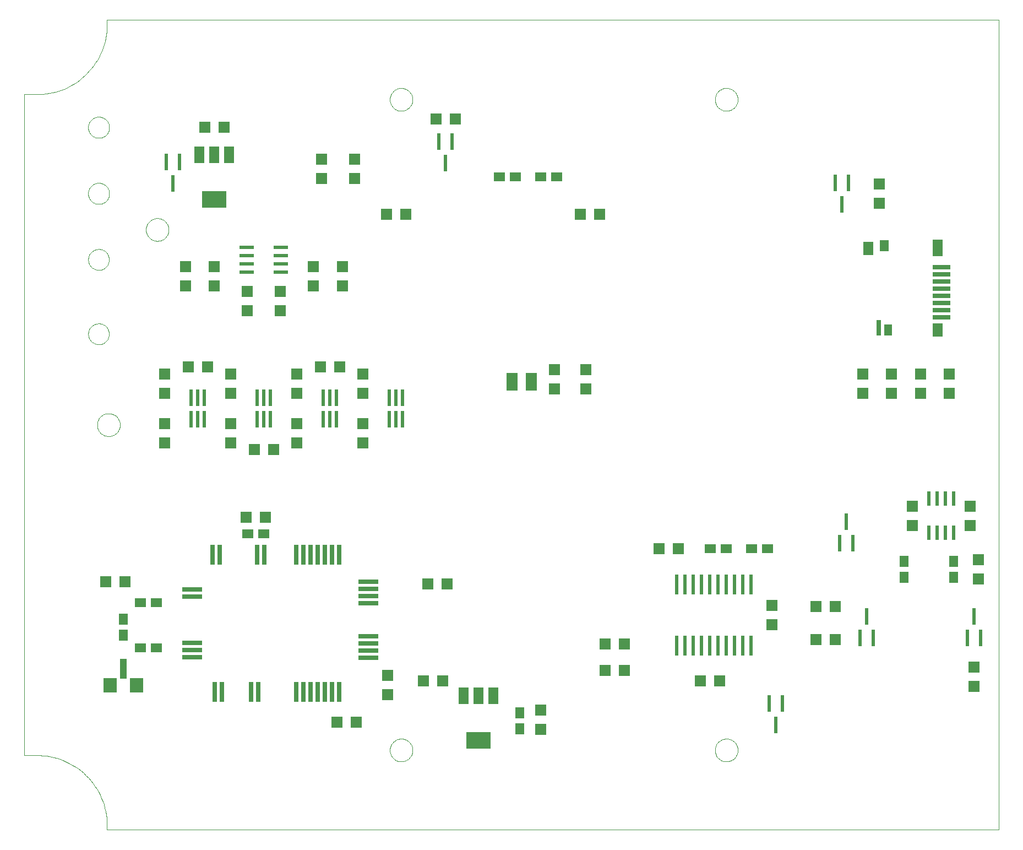
<source format=gtp>
G75*
G70*
%OFA0B0*%
%FSLAX24Y24*%
%IPPOS*%
%LPD*%
%AMOC8*
5,1,8,0,0,1.08239X$1,22.5*
%
%ADD10R,0.0709X0.0551*%
%ADD11R,0.0220X0.1020*%
%ADD12R,0.0240X0.0870*%
%ADD13R,0.0710X0.0709*%
%ADD14R,0.0709X0.0710*%
%ADD15R,0.0709X0.1100*%
%ADD16R,0.1083X0.0276*%
%ADD17R,0.0591X0.0984*%
%ADD18R,0.0591X0.0827*%
%ADD19R,0.0512X0.0709*%
%ADD20R,0.0315X0.0965*%
%ADD21R,0.0551X0.0709*%
%ADD22R,0.0610X0.0787*%
%ADD23R,0.0240X0.1200*%
%ADD24R,0.0260X0.1200*%
%ADD25R,0.1200X0.0260*%
%ADD26R,0.0400X0.1200*%
%ADD27R,0.0840X0.0880*%
%ADD28C,0.0000*%
%ADD29R,0.0870X0.0240*%
%ADD30R,0.0600X0.1000*%
%ADD31R,0.1450X0.1000*%
D10*
X010193Y014175D03*
X011157Y014175D03*
X011157Y016925D03*
X010193Y016925D03*
X016693Y021075D03*
X017657Y021075D03*
X044693Y020175D03*
X045657Y020175D03*
X047193Y020175D03*
X048157Y020175D03*
X035407Y042675D03*
X034443Y042675D03*
X032907Y042675D03*
X031943Y042675D03*
D11*
X028675Y043525D03*
X028275Y044825D03*
X029075Y044825D03*
X012575Y043575D03*
X011775Y043575D03*
X012175Y042275D03*
X013275Y029325D03*
X013675Y029325D03*
X014075Y029325D03*
X014075Y028025D03*
X013675Y028025D03*
X013275Y028025D03*
X017275Y028025D03*
X017675Y028025D03*
X018075Y028025D03*
X018075Y029325D03*
X017675Y029325D03*
X017275Y029325D03*
X021275Y029325D03*
X021675Y029325D03*
X022075Y029325D03*
X022075Y028025D03*
X021675Y028025D03*
X021275Y028025D03*
X025275Y028025D03*
X025675Y028025D03*
X026075Y028025D03*
X026075Y029325D03*
X025675Y029325D03*
X025275Y029325D03*
X052525Y020525D03*
X053325Y020525D03*
X052925Y021825D03*
X054175Y016075D03*
X053775Y014775D03*
X054575Y014775D03*
X060275Y014775D03*
X061075Y014775D03*
X060675Y016075D03*
X049075Y010825D03*
X048275Y010825D03*
X048675Y009525D03*
X052675Y041025D03*
X052275Y042325D03*
X053075Y042325D03*
D12*
X057925Y023205D03*
X058425Y023205D03*
X058925Y023205D03*
X059425Y023205D03*
X059425Y021145D03*
X058925Y021145D03*
X058425Y021145D03*
X057925Y021145D03*
D13*
X056925Y021585D03*
X056925Y022765D03*
X060425Y022765D03*
X060425Y021585D03*
X060925Y019515D03*
X060925Y018335D03*
X060675Y013015D03*
X060675Y011835D03*
X048425Y015585D03*
X048425Y016765D03*
X034425Y010415D03*
X034425Y009235D03*
X025175Y011335D03*
X025175Y012515D03*
X023675Y026585D03*
X023675Y027765D03*
X023675Y029585D03*
X023675Y030765D03*
X019675Y030765D03*
X019675Y029585D03*
X019675Y027765D03*
X019675Y026585D03*
X015675Y026585D03*
X015675Y027765D03*
X015675Y029585D03*
X015675Y030765D03*
X011675Y030765D03*
X011675Y029585D03*
X011675Y027765D03*
X011675Y026585D03*
X016675Y034585D03*
X016675Y035765D03*
X018675Y035765D03*
X018675Y034585D03*
X020675Y036085D03*
X020675Y037265D03*
X022425Y037265D03*
X022425Y036085D03*
X014675Y036085D03*
X014675Y037265D03*
X012925Y037265D03*
X012925Y036085D03*
X021175Y042585D03*
X023175Y042585D03*
X023175Y043765D03*
X021175Y043765D03*
X035275Y031015D03*
X037175Y031015D03*
X037175Y029835D03*
X035275Y029835D03*
X053925Y029585D03*
X055675Y029585D03*
X055675Y030765D03*
X053925Y030765D03*
X057425Y030765D03*
X057425Y029585D03*
X059175Y029585D03*
X059175Y030765D03*
X054925Y041085D03*
X054925Y042265D03*
D14*
X038015Y040425D03*
X036835Y040425D03*
X029265Y046175D03*
X028085Y046175D03*
X026265Y040425D03*
X025085Y040425D03*
X015265Y045675D03*
X014085Y045675D03*
X014265Y031175D03*
X013085Y031175D03*
X017085Y026175D03*
X018265Y026175D03*
X017765Y022075D03*
X016585Y022075D03*
X009265Y018175D03*
X008085Y018175D03*
X022085Y009675D03*
X023265Y009675D03*
X027335Y012175D03*
X028515Y012175D03*
X038335Y012800D03*
X039515Y012800D03*
X039515Y014425D03*
X038335Y014425D03*
X044085Y012175D03*
X045265Y012175D03*
X051085Y014675D03*
X052265Y014675D03*
X052265Y016675D03*
X051085Y016675D03*
X042765Y020175D03*
X041585Y020175D03*
X028765Y018050D03*
X027585Y018050D03*
X022265Y031175D03*
X021085Y031175D03*
D15*
X032685Y030275D03*
X033865Y030275D03*
D16*
X058716Y034175D03*
X058716Y034608D03*
X058716Y035041D03*
X058716Y035474D03*
X058716Y035907D03*
X058716Y036340D03*
X058716Y036773D03*
X058716Y037206D03*
D17*
X058470Y038368D03*
D18*
X058470Y033427D03*
D19*
X055478Y033407D03*
D20*
X054888Y033535D03*
D21*
X055222Y038506D03*
X056425Y019407D03*
X056425Y018443D03*
X059425Y018443D03*
X059425Y019407D03*
X033175Y010257D03*
X033175Y009293D03*
X009175Y014943D03*
X009175Y015907D03*
D22*
X054268Y038348D03*
D23*
X047175Y018025D03*
X046675Y018025D03*
X046175Y018025D03*
X045675Y018025D03*
X045175Y018025D03*
X044675Y018025D03*
X044175Y018025D03*
X043675Y018025D03*
X043175Y018025D03*
X042675Y018025D03*
X042675Y014325D03*
X043175Y014325D03*
X043675Y014325D03*
X044175Y014325D03*
X044675Y014325D03*
X045175Y014325D03*
X045675Y014325D03*
X046175Y014325D03*
X046675Y014325D03*
X047175Y014325D03*
D24*
X022218Y011527D03*
X021785Y011527D03*
X021352Y011527D03*
X020919Y011527D03*
X020486Y011527D03*
X020053Y011527D03*
X019620Y011527D03*
X017336Y011527D03*
X016903Y011527D03*
X015132Y011527D03*
X014699Y011527D03*
X014581Y019823D03*
X015014Y019823D03*
X017258Y019823D03*
X017691Y019823D03*
X019620Y019823D03*
X020053Y019823D03*
X020486Y019823D03*
X020919Y019823D03*
X021352Y019823D03*
X021785Y019823D03*
X022218Y019823D03*
D25*
X024004Y018195D03*
X024004Y017762D03*
X024004Y017329D03*
X024004Y016895D03*
X024004Y014888D03*
X024004Y014455D03*
X024004Y014021D03*
X024004Y013588D03*
X013346Y013628D03*
X013346Y014061D03*
X013346Y014494D03*
X013346Y017289D03*
X013346Y017722D03*
D26*
X009175Y012925D03*
D27*
X008375Y011925D03*
X009975Y011925D03*
D28*
X003675Y007675D02*
X003884Y007682D01*
X004093Y007679D01*
X004301Y007665D01*
X004509Y007642D01*
X004715Y007608D01*
X004919Y007564D01*
X005121Y007510D01*
X005320Y007447D01*
X005516Y007374D01*
X005708Y007291D01*
X005895Y007199D01*
X006078Y007097D01*
X006256Y006987D01*
X006428Y006869D01*
X006594Y006742D01*
X006753Y006607D01*
X006906Y006464D01*
X007051Y006314D01*
X007189Y006157D01*
X007320Y005994D01*
X007442Y005824D01*
X007555Y005649D01*
X007660Y005468D01*
X007756Y005282D01*
X007842Y005092D01*
X007919Y004898D01*
X007987Y004700D01*
X008044Y004499D01*
X008092Y004296D01*
X008130Y004090D01*
X008157Y003883D01*
X008175Y003675D01*
X008175Y003175D01*
X062175Y003175D01*
X062175Y052175D01*
X008175Y052175D01*
X008175Y051675D01*
X008158Y051473D01*
X008132Y051272D01*
X008096Y051073D01*
X008051Y050875D01*
X007996Y050680D01*
X007932Y050488D01*
X007859Y050299D01*
X007777Y050113D01*
X007687Y049932D01*
X007588Y049756D01*
X007480Y049584D01*
X007365Y049417D01*
X007242Y049256D01*
X007111Y049102D01*
X006973Y048953D01*
X006828Y048811D01*
X006677Y048677D01*
X006519Y048550D01*
X006355Y048430D01*
X006186Y048318D01*
X006012Y048215D01*
X005833Y048120D01*
X005650Y048033D01*
X005463Y047956D01*
X005272Y047887D01*
X005079Y047827D01*
X004882Y047777D01*
X004684Y047736D01*
X004484Y047705D01*
X004282Y047683D01*
X004080Y047671D01*
X003878Y047668D01*
X003675Y047675D01*
X003175Y047675D01*
X003175Y007675D01*
X003675Y007675D01*
X025301Y007990D02*
X025303Y008042D01*
X025309Y008094D01*
X025319Y008145D01*
X025332Y008195D01*
X025350Y008245D01*
X025371Y008292D01*
X025395Y008338D01*
X025424Y008382D01*
X025455Y008424D01*
X025489Y008463D01*
X025526Y008500D01*
X025566Y008533D01*
X025609Y008564D01*
X025653Y008591D01*
X025699Y008615D01*
X025748Y008635D01*
X025797Y008651D01*
X025848Y008664D01*
X025899Y008673D01*
X025951Y008678D01*
X026003Y008679D01*
X026055Y008676D01*
X026107Y008669D01*
X026158Y008658D01*
X026208Y008644D01*
X026257Y008625D01*
X026304Y008603D01*
X026349Y008578D01*
X026393Y008549D01*
X026434Y008517D01*
X026473Y008482D01*
X026508Y008444D01*
X026541Y008403D01*
X026571Y008361D01*
X026597Y008316D01*
X026620Y008269D01*
X026639Y008220D01*
X026655Y008170D01*
X026667Y008120D01*
X026675Y008068D01*
X026679Y008016D01*
X026679Y007964D01*
X026675Y007912D01*
X026667Y007860D01*
X026655Y007810D01*
X026639Y007760D01*
X026620Y007711D01*
X026597Y007664D01*
X026571Y007619D01*
X026541Y007577D01*
X026508Y007536D01*
X026473Y007498D01*
X026434Y007463D01*
X026393Y007431D01*
X026349Y007402D01*
X026304Y007377D01*
X026257Y007355D01*
X026208Y007336D01*
X026158Y007322D01*
X026107Y007311D01*
X026055Y007304D01*
X026003Y007301D01*
X025951Y007302D01*
X025899Y007307D01*
X025848Y007316D01*
X025797Y007329D01*
X025748Y007345D01*
X025699Y007365D01*
X025653Y007389D01*
X025609Y007416D01*
X025566Y007447D01*
X025526Y007480D01*
X025489Y007517D01*
X025455Y007556D01*
X025424Y007598D01*
X025395Y007642D01*
X025371Y007688D01*
X025350Y007735D01*
X025332Y007785D01*
X025319Y007835D01*
X025309Y007886D01*
X025303Y007938D01*
X025301Y007990D01*
X044986Y007990D02*
X044988Y008042D01*
X044994Y008094D01*
X045004Y008145D01*
X045017Y008195D01*
X045035Y008245D01*
X045056Y008292D01*
X045080Y008338D01*
X045109Y008382D01*
X045140Y008424D01*
X045174Y008463D01*
X045211Y008500D01*
X045251Y008533D01*
X045294Y008564D01*
X045338Y008591D01*
X045384Y008615D01*
X045433Y008635D01*
X045482Y008651D01*
X045533Y008664D01*
X045584Y008673D01*
X045636Y008678D01*
X045688Y008679D01*
X045740Y008676D01*
X045792Y008669D01*
X045843Y008658D01*
X045893Y008644D01*
X045942Y008625D01*
X045989Y008603D01*
X046034Y008578D01*
X046078Y008549D01*
X046119Y008517D01*
X046158Y008482D01*
X046193Y008444D01*
X046226Y008403D01*
X046256Y008361D01*
X046282Y008316D01*
X046305Y008269D01*
X046324Y008220D01*
X046340Y008170D01*
X046352Y008120D01*
X046360Y008068D01*
X046364Y008016D01*
X046364Y007964D01*
X046360Y007912D01*
X046352Y007860D01*
X046340Y007810D01*
X046324Y007760D01*
X046305Y007711D01*
X046282Y007664D01*
X046256Y007619D01*
X046226Y007577D01*
X046193Y007536D01*
X046158Y007498D01*
X046119Y007463D01*
X046078Y007431D01*
X046034Y007402D01*
X045989Y007377D01*
X045942Y007355D01*
X045893Y007336D01*
X045843Y007322D01*
X045792Y007311D01*
X045740Y007304D01*
X045688Y007301D01*
X045636Y007302D01*
X045584Y007307D01*
X045533Y007316D01*
X045482Y007329D01*
X045433Y007345D01*
X045384Y007365D01*
X045338Y007389D01*
X045294Y007416D01*
X045251Y007447D01*
X045211Y007480D01*
X045174Y007517D01*
X045140Y007556D01*
X045109Y007598D01*
X045080Y007642D01*
X045056Y007688D01*
X045035Y007735D01*
X045017Y007785D01*
X045004Y007835D01*
X044994Y007886D01*
X044988Y007938D01*
X044986Y007990D01*
X007584Y027675D02*
X007586Y027727D01*
X007592Y027779D01*
X007602Y027830D01*
X007615Y027880D01*
X007633Y027930D01*
X007654Y027977D01*
X007678Y028023D01*
X007707Y028067D01*
X007738Y028109D01*
X007772Y028148D01*
X007809Y028185D01*
X007849Y028218D01*
X007892Y028249D01*
X007936Y028276D01*
X007982Y028300D01*
X008031Y028320D01*
X008080Y028336D01*
X008131Y028349D01*
X008182Y028358D01*
X008234Y028363D01*
X008286Y028364D01*
X008338Y028361D01*
X008390Y028354D01*
X008441Y028343D01*
X008491Y028329D01*
X008540Y028310D01*
X008587Y028288D01*
X008632Y028263D01*
X008676Y028234D01*
X008717Y028202D01*
X008756Y028167D01*
X008791Y028129D01*
X008824Y028088D01*
X008854Y028046D01*
X008880Y028001D01*
X008903Y027954D01*
X008922Y027905D01*
X008938Y027855D01*
X008950Y027805D01*
X008958Y027753D01*
X008962Y027701D01*
X008962Y027649D01*
X008958Y027597D01*
X008950Y027545D01*
X008938Y027495D01*
X008922Y027445D01*
X008903Y027396D01*
X008880Y027349D01*
X008854Y027304D01*
X008824Y027262D01*
X008791Y027221D01*
X008756Y027183D01*
X008717Y027148D01*
X008676Y027116D01*
X008632Y027087D01*
X008587Y027062D01*
X008540Y027040D01*
X008491Y027021D01*
X008441Y027007D01*
X008390Y026996D01*
X008338Y026989D01*
X008286Y026986D01*
X008234Y026987D01*
X008182Y026992D01*
X008131Y027001D01*
X008080Y027014D01*
X008031Y027030D01*
X007982Y027050D01*
X007936Y027074D01*
X007892Y027101D01*
X007849Y027132D01*
X007809Y027165D01*
X007772Y027202D01*
X007738Y027241D01*
X007707Y027283D01*
X007678Y027327D01*
X007654Y027373D01*
X007633Y027420D01*
X007615Y027470D01*
X007602Y027520D01*
X007592Y027571D01*
X007586Y027623D01*
X007584Y027675D01*
X007045Y033175D02*
X007047Y033225D01*
X007053Y033275D01*
X007063Y033324D01*
X007077Y033372D01*
X007094Y033419D01*
X007115Y033464D01*
X007140Y033508D01*
X007168Y033549D01*
X007200Y033588D01*
X007234Y033625D01*
X007271Y033659D01*
X007311Y033689D01*
X007353Y033716D01*
X007397Y033740D01*
X007443Y033761D01*
X007490Y033777D01*
X007538Y033790D01*
X007588Y033799D01*
X007637Y033804D01*
X007688Y033805D01*
X007738Y033802D01*
X007787Y033795D01*
X007836Y033784D01*
X007884Y033769D01*
X007930Y033751D01*
X007975Y033729D01*
X008018Y033703D01*
X008059Y033674D01*
X008098Y033642D01*
X008134Y033607D01*
X008166Y033569D01*
X008196Y033529D01*
X008223Y033486D01*
X008246Y033442D01*
X008265Y033396D01*
X008281Y033348D01*
X008293Y033299D01*
X008301Y033250D01*
X008305Y033200D01*
X008305Y033150D01*
X008301Y033100D01*
X008293Y033051D01*
X008281Y033002D01*
X008265Y032954D01*
X008246Y032908D01*
X008223Y032864D01*
X008196Y032821D01*
X008166Y032781D01*
X008134Y032743D01*
X008098Y032708D01*
X008059Y032676D01*
X008018Y032647D01*
X007975Y032621D01*
X007930Y032599D01*
X007884Y032581D01*
X007836Y032566D01*
X007787Y032555D01*
X007738Y032548D01*
X007688Y032545D01*
X007637Y032546D01*
X007588Y032551D01*
X007538Y032560D01*
X007490Y032573D01*
X007443Y032589D01*
X007397Y032610D01*
X007353Y032634D01*
X007311Y032661D01*
X007271Y032691D01*
X007234Y032725D01*
X007200Y032762D01*
X007168Y032801D01*
X007140Y032842D01*
X007115Y032886D01*
X007094Y032931D01*
X007077Y032978D01*
X007063Y033026D01*
X007053Y033075D01*
X007047Y033125D01*
X007045Y033175D01*
X007045Y037675D02*
X007047Y037725D01*
X007053Y037775D01*
X007063Y037824D01*
X007077Y037872D01*
X007094Y037919D01*
X007115Y037964D01*
X007140Y038008D01*
X007168Y038049D01*
X007200Y038088D01*
X007234Y038125D01*
X007271Y038159D01*
X007311Y038189D01*
X007353Y038216D01*
X007397Y038240D01*
X007443Y038261D01*
X007490Y038277D01*
X007538Y038290D01*
X007588Y038299D01*
X007637Y038304D01*
X007688Y038305D01*
X007738Y038302D01*
X007787Y038295D01*
X007836Y038284D01*
X007884Y038269D01*
X007930Y038251D01*
X007975Y038229D01*
X008018Y038203D01*
X008059Y038174D01*
X008098Y038142D01*
X008134Y038107D01*
X008166Y038069D01*
X008196Y038029D01*
X008223Y037986D01*
X008246Y037942D01*
X008265Y037896D01*
X008281Y037848D01*
X008293Y037799D01*
X008301Y037750D01*
X008305Y037700D01*
X008305Y037650D01*
X008301Y037600D01*
X008293Y037551D01*
X008281Y037502D01*
X008265Y037454D01*
X008246Y037408D01*
X008223Y037364D01*
X008196Y037321D01*
X008166Y037281D01*
X008134Y037243D01*
X008098Y037208D01*
X008059Y037176D01*
X008018Y037147D01*
X007975Y037121D01*
X007930Y037099D01*
X007884Y037081D01*
X007836Y037066D01*
X007787Y037055D01*
X007738Y037048D01*
X007688Y037045D01*
X007637Y037046D01*
X007588Y037051D01*
X007538Y037060D01*
X007490Y037073D01*
X007443Y037089D01*
X007397Y037110D01*
X007353Y037134D01*
X007311Y037161D01*
X007271Y037191D01*
X007234Y037225D01*
X007200Y037262D01*
X007168Y037301D01*
X007140Y037342D01*
X007115Y037386D01*
X007094Y037431D01*
X007077Y037478D01*
X007063Y037526D01*
X007053Y037575D01*
X007047Y037625D01*
X007045Y037675D01*
X010537Y039486D02*
X010539Y039538D01*
X010545Y039590D01*
X010555Y039641D01*
X010568Y039691D01*
X010586Y039741D01*
X010607Y039788D01*
X010631Y039834D01*
X010660Y039878D01*
X010691Y039920D01*
X010725Y039959D01*
X010762Y039996D01*
X010802Y040029D01*
X010845Y040060D01*
X010889Y040087D01*
X010935Y040111D01*
X010984Y040131D01*
X011033Y040147D01*
X011084Y040160D01*
X011135Y040169D01*
X011187Y040174D01*
X011239Y040175D01*
X011291Y040172D01*
X011343Y040165D01*
X011394Y040154D01*
X011444Y040140D01*
X011493Y040121D01*
X011540Y040099D01*
X011585Y040074D01*
X011629Y040045D01*
X011670Y040013D01*
X011709Y039978D01*
X011744Y039940D01*
X011777Y039899D01*
X011807Y039857D01*
X011833Y039812D01*
X011856Y039765D01*
X011875Y039716D01*
X011891Y039666D01*
X011903Y039616D01*
X011911Y039564D01*
X011915Y039512D01*
X011915Y039460D01*
X011911Y039408D01*
X011903Y039356D01*
X011891Y039306D01*
X011875Y039256D01*
X011856Y039207D01*
X011833Y039160D01*
X011807Y039115D01*
X011777Y039073D01*
X011744Y039032D01*
X011709Y038994D01*
X011670Y038959D01*
X011629Y038927D01*
X011585Y038898D01*
X011540Y038873D01*
X011493Y038851D01*
X011444Y038832D01*
X011394Y038818D01*
X011343Y038807D01*
X011291Y038800D01*
X011239Y038797D01*
X011187Y038798D01*
X011135Y038803D01*
X011084Y038812D01*
X011033Y038825D01*
X010984Y038841D01*
X010935Y038861D01*
X010889Y038885D01*
X010845Y038912D01*
X010802Y038943D01*
X010762Y038976D01*
X010725Y039013D01*
X010691Y039052D01*
X010660Y039094D01*
X010631Y039138D01*
X010607Y039184D01*
X010586Y039231D01*
X010568Y039281D01*
X010555Y039331D01*
X010545Y039382D01*
X010539Y039434D01*
X010537Y039486D01*
X007035Y041675D02*
X007037Y041725D01*
X007043Y041775D01*
X007053Y041824D01*
X007066Y041873D01*
X007084Y041920D01*
X007105Y041966D01*
X007129Y042009D01*
X007157Y042051D01*
X007188Y042091D01*
X007222Y042128D01*
X007259Y042162D01*
X007299Y042193D01*
X007341Y042221D01*
X007384Y042245D01*
X007430Y042266D01*
X007477Y042284D01*
X007526Y042297D01*
X007575Y042307D01*
X007625Y042313D01*
X007675Y042315D01*
X007725Y042313D01*
X007775Y042307D01*
X007824Y042297D01*
X007873Y042284D01*
X007920Y042266D01*
X007966Y042245D01*
X008009Y042221D01*
X008051Y042193D01*
X008091Y042162D01*
X008128Y042128D01*
X008162Y042091D01*
X008193Y042051D01*
X008221Y042009D01*
X008245Y041966D01*
X008266Y041920D01*
X008284Y041873D01*
X008297Y041824D01*
X008307Y041775D01*
X008313Y041725D01*
X008315Y041675D01*
X008313Y041625D01*
X008307Y041575D01*
X008297Y041526D01*
X008284Y041477D01*
X008266Y041430D01*
X008245Y041384D01*
X008221Y041341D01*
X008193Y041299D01*
X008162Y041259D01*
X008128Y041222D01*
X008091Y041188D01*
X008051Y041157D01*
X008009Y041129D01*
X007966Y041105D01*
X007920Y041084D01*
X007873Y041066D01*
X007824Y041053D01*
X007775Y041043D01*
X007725Y041037D01*
X007675Y041035D01*
X007625Y041037D01*
X007575Y041043D01*
X007526Y041053D01*
X007477Y041066D01*
X007430Y041084D01*
X007384Y041105D01*
X007341Y041129D01*
X007299Y041157D01*
X007259Y041188D01*
X007222Y041222D01*
X007188Y041259D01*
X007157Y041299D01*
X007129Y041341D01*
X007105Y041384D01*
X007084Y041430D01*
X007066Y041477D01*
X007053Y041526D01*
X007043Y041575D01*
X007037Y041625D01*
X007035Y041675D01*
X007035Y045675D02*
X007037Y045725D01*
X007043Y045775D01*
X007053Y045824D01*
X007066Y045873D01*
X007084Y045920D01*
X007105Y045966D01*
X007129Y046009D01*
X007157Y046051D01*
X007188Y046091D01*
X007222Y046128D01*
X007259Y046162D01*
X007299Y046193D01*
X007341Y046221D01*
X007384Y046245D01*
X007430Y046266D01*
X007477Y046284D01*
X007526Y046297D01*
X007575Y046307D01*
X007625Y046313D01*
X007675Y046315D01*
X007725Y046313D01*
X007775Y046307D01*
X007824Y046297D01*
X007873Y046284D01*
X007920Y046266D01*
X007966Y046245D01*
X008009Y046221D01*
X008051Y046193D01*
X008091Y046162D01*
X008128Y046128D01*
X008162Y046091D01*
X008193Y046051D01*
X008221Y046009D01*
X008245Y045966D01*
X008266Y045920D01*
X008284Y045873D01*
X008297Y045824D01*
X008307Y045775D01*
X008313Y045725D01*
X008315Y045675D01*
X008313Y045625D01*
X008307Y045575D01*
X008297Y045526D01*
X008284Y045477D01*
X008266Y045430D01*
X008245Y045384D01*
X008221Y045341D01*
X008193Y045299D01*
X008162Y045259D01*
X008128Y045222D01*
X008091Y045188D01*
X008051Y045157D01*
X008009Y045129D01*
X007966Y045105D01*
X007920Y045084D01*
X007873Y045066D01*
X007824Y045053D01*
X007775Y045043D01*
X007725Y045037D01*
X007675Y045035D01*
X007625Y045037D01*
X007575Y045043D01*
X007526Y045053D01*
X007477Y045066D01*
X007430Y045084D01*
X007384Y045105D01*
X007341Y045129D01*
X007299Y045157D01*
X007259Y045188D01*
X007222Y045222D01*
X007188Y045259D01*
X007157Y045299D01*
X007129Y045341D01*
X007105Y045384D01*
X007084Y045430D01*
X007066Y045477D01*
X007053Y045526D01*
X007043Y045575D01*
X007037Y045625D01*
X007035Y045675D01*
X025301Y047360D02*
X025303Y047412D01*
X025309Y047464D01*
X025319Y047515D01*
X025332Y047565D01*
X025350Y047615D01*
X025371Y047662D01*
X025395Y047708D01*
X025424Y047752D01*
X025455Y047794D01*
X025489Y047833D01*
X025526Y047870D01*
X025566Y047903D01*
X025609Y047934D01*
X025653Y047961D01*
X025699Y047985D01*
X025748Y048005D01*
X025797Y048021D01*
X025848Y048034D01*
X025899Y048043D01*
X025951Y048048D01*
X026003Y048049D01*
X026055Y048046D01*
X026107Y048039D01*
X026158Y048028D01*
X026208Y048014D01*
X026257Y047995D01*
X026304Y047973D01*
X026349Y047948D01*
X026393Y047919D01*
X026434Y047887D01*
X026473Y047852D01*
X026508Y047814D01*
X026541Y047773D01*
X026571Y047731D01*
X026597Y047686D01*
X026620Y047639D01*
X026639Y047590D01*
X026655Y047540D01*
X026667Y047490D01*
X026675Y047438D01*
X026679Y047386D01*
X026679Y047334D01*
X026675Y047282D01*
X026667Y047230D01*
X026655Y047180D01*
X026639Y047130D01*
X026620Y047081D01*
X026597Y047034D01*
X026571Y046989D01*
X026541Y046947D01*
X026508Y046906D01*
X026473Y046868D01*
X026434Y046833D01*
X026393Y046801D01*
X026349Y046772D01*
X026304Y046747D01*
X026257Y046725D01*
X026208Y046706D01*
X026158Y046692D01*
X026107Y046681D01*
X026055Y046674D01*
X026003Y046671D01*
X025951Y046672D01*
X025899Y046677D01*
X025848Y046686D01*
X025797Y046699D01*
X025748Y046715D01*
X025699Y046735D01*
X025653Y046759D01*
X025609Y046786D01*
X025566Y046817D01*
X025526Y046850D01*
X025489Y046887D01*
X025455Y046926D01*
X025424Y046968D01*
X025395Y047012D01*
X025371Y047058D01*
X025350Y047105D01*
X025332Y047155D01*
X025319Y047205D01*
X025309Y047256D01*
X025303Y047308D01*
X025301Y047360D01*
X044986Y047360D02*
X044988Y047412D01*
X044994Y047464D01*
X045004Y047515D01*
X045017Y047565D01*
X045035Y047615D01*
X045056Y047662D01*
X045080Y047708D01*
X045109Y047752D01*
X045140Y047794D01*
X045174Y047833D01*
X045211Y047870D01*
X045251Y047903D01*
X045294Y047934D01*
X045338Y047961D01*
X045384Y047985D01*
X045433Y048005D01*
X045482Y048021D01*
X045533Y048034D01*
X045584Y048043D01*
X045636Y048048D01*
X045688Y048049D01*
X045740Y048046D01*
X045792Y048039D01*
X045843Y048028D01*
X045893Y048014D01*
X045942Y047995D01*
X045989Y047973D01*
X046034Y047948D01*
X046078Y047919D01*
X046119Y047887D01*
X046158Y047852D01*
X046193Y047814D01*
X046226Y047773D01*
X046256Y047731D01*
X046282Y047686D01*
X046305Y047639D01*
X046324Y047590D01*
X046340Y047540D01*
X046352Y047490D01*
X046360Y047438D01*
X046364Y047386D01*
X046364Y047334D01*
X046360Y047282D01*
X046352Y047230D01*
X046340Y047180D01*
X046324Y047130D01*
X046305Y047081D01*
X046282Y047034D01*
X046256Y046989D01*
X046226Y046947D01*
X046193Y046906D01*
X046158Y046868D01*
X046119Y046833D01*
X046078Y046801D01*
X046034Y046772D01*
X045989Y046747D01*
X045942Y046725D01*
X045893Y046706D01*
X045843Y046692D01*
X045792Y046681D01*
X045740Y046674D01*
X045688Y046671D01*
X045636Y046672D01*
X045584Y046677D01*
X045533Y046686D01*
X045482Y046699D01*
X045433Y046715D01*
X045384Y046735D01*
X045338Y046759D01*
X045294Y046786D01*
X045251Y046817D01*
X045211Y046850D01*
X045174Y046887D01*
X045140Y046926D01*
X045109Y046968D01*
X045080Y047012D01*
X045056Y047058D01*
X045035Y047105D01*
X045017Y047155D01*
X045004Y047205D01*
X044994Y047256D01*
X044988Y047308D01*
X044986Y047360D01*
D29*
X018705Y038425D03*
X018705Y037925D03*
X018705Y037425D03*
X018705Y036925D03*
X016645Y036925D03*
X016645Y037425D03*
X016645Y037925D03*
X016645Y038425D03*
D30*
X015581Y044025D03*
X014675Y044025D03*
X013769Y044025D03*
X029769Y011275D03*
X030675Y011275D03*
X031581Y011275D03*
D31*
X030675Y008575D03*
X014675Y041325D03*
M02*

</source>
